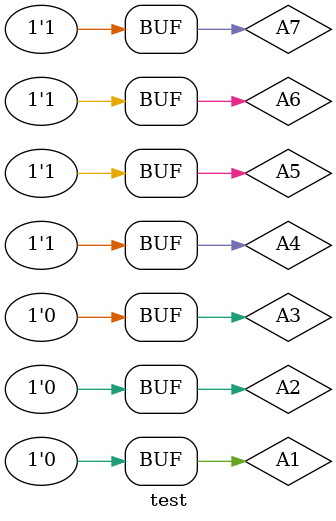
<source format=v>
`timescale 1ns / 1ps


module test;

	// Inputs
	reg A1;
	reg A2;
	reg A3;
	reg A4;
	reg A5;
	reg A6;
	reg A7;

	// Outputs
	wire OUT;

	// Instantiate the Unit Under Test (UUT)
	seven uut (
		.A1(A1), 
		.A2(A2), 
		.A3(A3), 
		.A4(A4), 
		.A5(A5), 
		.A6(A6), 
		.A7(A7), 
		.OUT(OUT)
	);

	initial begin
		// Initialize Inputs
		A1 = 0;
		A2 = 0;
		A3 = 0;
		A4 = 0;
		A5 = 0;
		A6 = 0;
		A7 = 0;

		// Wait 100 ns for global reset to finish
		#100;
		A1 = 0;
		A2 = 0;
		A3 = 0;
		A4 = 1;
		A5 = 1;
		A6 = 1;
		A7 = 1;
        
		// Add stimulus here

	end
      
endmodule


</source>
